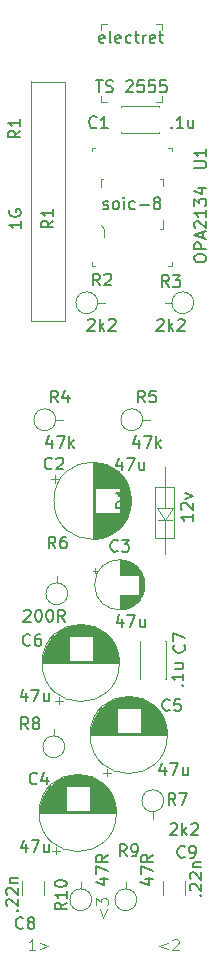
<source format=gbr>
G04 #@! TF.GenerationSoftware,KiCad,Pcbnew,(5.1.2-1)-1*
G04 #@! TF.CreationDate,2021-04-22T07:55:17-04:00*
G04 #@! TF.ProjectId,opAmp Mic,6f70416d-7020-44d6-9963-2e6b69636164,rev?*
G04 #@! TF.SameCoordinates,Original*
G04 #@! TF.FileFunction,Legend,Top*
G04 #@! TF.FilePolarity,Positive*
%FSLAX46Y46*%
G04 Gerber Fmt 4.6, Leading zero omitted, Abs format (unit mm)*
G04 Created by KiCad (PCBNEW (5.1.2-1)-1) date 2021-04-22 07:55:17*
%MOMM*%
%LPD*%
G04 APERTURE LIST*
%ADD10C,0.100000*%
%ADD11C,0.120000*%
%ADD12C,0.150000*%
%ADD13C,0.071120*%
G04 APERTURE END LIST*
D10*
X124445523Y-138515428D02*
X123721714Y-138786857D01*
X124445523Y-139058285D01*
X124852666Y-138289238D02*
X124897904Y-138244000D01*
X124988380Y-138198761D01*
X125214571Y-138198761D01*
X125305047Y-138244000D01*
X125350285Y-138289238D01*
X125395523Y-138379714D01*
X125395523Y-138470190D01*
X125350285Y-138605904D01*
X124807428Y-139148761D01*
X125395523Y-139148761D01*
X118726828Y-135701076D02*
X118998257Y-136424885D01*
X119269685Y-135701076D01*
X118410161Y-135339171D02*
X118410161Y-134751076D01*
X118772066Y-135067742D01*
X118772066Y-134932028D01*
X118817304Y-134841552D01*
X118862542Y-134796314D01*
X118953019Y-134751076D01*
X119179209Y-134751076D01*
X119269685Y-134796314D01*
X119314923Y-134841552D01*
X119360161Y-134932028D01*
X119360161Y-135203457D01*
X119314923Y-135293933D01*
X119269685Y-135339171D01*
X113219333Y-139148761D02*
X112676476Y-139148761D01*
X112947904Y-139148761D02*
X112947904Y-138198761D01*
X112857428Y-138334476D01*
X112766952Y-138424952D01*
X112676476Y-138470190D01*
X113626476Y-138515428D02*
X114350285Y-138786857D01*
X113626476Y-139058285D01*
D11*
X115773200Y-85852000D02*
X112860000Y-85836000D01*
X112852200Y-65582800D02*
X112852200Y-85822800D01*
X115722400Y-65633600D02*
X112903000Y-65633600D01*
X115773200Y-65659000D02*
X115773200Y-85899000D01*
D10*
X119092000Y-78046000D02*
X119092000Y-78746000D01*
X118792000Y-77746000D02*
X119092000Y-78046000D01*
X118812000Y-73846000D02*
X119012000Y-73846000D01*
X118812000Y-74546000D02*
X118812000Y-73846000D01*
X124012000Y-73846000D02*
X124012000Y-74446000D01*
X123812000Y-73846000D02*
X124012000Y-73846000D01*
X124012000Y-78046000D02*
X124012000Y-77346000D01*
X123812000Y-78046000D02*
X124012000Y-78046000D01*
X124206000Y-102734000D02*
X124806000Y-102734000D01*
X124206000Y-102734000D02*
X123606000Y-102734000D01*
X124206000Y-102734000D02*
X124206000Y-103434000D01*
X124206000Y-99934000D02*
X124206000Y-101734000D01*
X123506000Y-101734000D02*
X124906000Y-101734000D01*
X124906000Y-101734000D02*
X124206000Y-102734000D01*
X124206000Y-102734000D02*
X123506000Y-101734000D01*
X124206000Y-103434000D02*
X124206000Y-104234000D01*
X124206000Y-98234000D02*
X124206000Y-99934000D01*
X124206000Y-104234000D02*
X125006000Y-104234000D01*
X125006000Y-104234000D02*
X125006000Y-99934000D01*
X125006000Y-99934000D02*
X124206000Y-99934000D01*
X124206000Y-105634000D02*
X124206000Y-104234000D01*
X124206000Y-104234000D02*
X123406000Y-104234000D01*
X123406000Y-104234000D02*
X123406000Y-99934000D01*
X123406000Y-99934000D02*
X124206000Y-99934000D01*
D11*
X123748600Y-69889000D02*
X123748600Y-69954000D01*
X123748600Y-67714000D02*
X123748600Y-67779000D01*
X120508600Y-69889000D02*
X120508600Y-69954000D01*
X120508600Y-67714000D02*
X120508600Y-67779000D01*
X120508600Y-69954000D02*
X123748600Y-69954000D01*
X120508600Y-67714000D02*
X123748600Y-67714000D01*
X122070000Y-116194000D02*
X122070000Y-112954000D01*
X124310000Y-116194000D02*
X124310000Y-112954000D01*
X122070000Y-116194000D02*
X122135000Y-116194000D01*
X124245000Y-116194000D02*
X124310000Y-116194000D01*
X122070000Y-112954000D02*
X122135000Y-112954000D01*
X124245000Y-112954000D02*
X124310000Y-112954000D01*
X112110000Y-134507000D02*
X112110000Y-133249000D01*
X113950000Y-134507000D02*
X113950000Y-133249000D01*
X125888000Y-134507000D02*
X125888000Y-133249000D01*
X124048000Y-134507000D02*
X124048000Y-133249000D01*
D10*
X123982000Y-60728000D02*
X123982000Y-61228000D01*
X123982000Y-60728000D02*
X123482000Y-60728000D01*
X118842000Y-60708000D02*
X118842000Y-61208000D01*
X118842000Y-60708000D02*
X119342000Y-60708000D01*
X118842000Y-67308000D02*
X118842000Y-66808000D01*
X118842000Y-67308000D02*
X119342000Y-67308000D01*
X123992000Y-67298000D02*
X123992000Y-66798000D01*
X123992000Y-67298000D02*
X123492000Y-67298000D01*
D11*
X118522000Y-84328000D02*
X119142000Y-84328000D01*
X118522000Y-84328000D02*
G75*
G03X118522000Y-84328000I-920000J0D01*
G01*
X126650000Y-84328000D02*
G75*
G03X126650000Y-84328000I-920000J0D01*
G01*
X124810000Y-84328000D02*
X124190000Y-84328000D01*
X114966000Y-94234000D02*
X115586000Y-94234000D01*
X114966000Y-94234000D02*
G75*
G03X114966000Y-94234000I-920000J0D01*
G01*
X122332000Y-94234000D02*
G75*
G03X122332000Y-94234000I-920000J0D01*
G01*
X122332000Y-94234000D02*
X122952000Y-94234000D01*
X115982000Y-108966000D02*
G75*
G03X115982000Y-108966000I-920000J0D01*
G01*
X115062000Y-108046000D02*
X115062000Y-107426000D01*
X123190000Y-127412000D02*
X123190000Y-128032000D01*
X124110000Y-126492000D02*
G75*
G03X124110000Y-126492000I-920000J0D01*
G01*
X115728000Y-121920000D02*
G75*
G03X115728000Y-121920000I-920000J0D01*
G01*
X114808000Y-121000000D02*
X114808000Y-120380000D01*
X120904000Y-133954000D02*
X120904000Y-133334000D01*
X121824000Y-134874000D02*
G75*
G03X121824000Y-134874000I-920000J0D01*
G01*
X118014000Y-134874000D02*
G75*
G03X118014000Y-134874000I-920000J0D01*
G01*
X117094000Y-133954000D02*
X117094000Y-133334000D01*
D10*
X118002000Y-71490000D02*
X118002000Y-71190000D01*
X118002000Y-71190000D02*
X118302000Y-71190000D01*
X124802000Y-71490000D02*
X124802000Y-71190000D01*
X124802000Y-71190000D02*
X124502000Y-71190000D01*
X124802000Y-80890000D02*
X124802000Y-81190000D01*
X124802000Y-81190000D02*
X124502000Y-81190000D01*
X118002000Y-80890000D02*
X118002000Y-81190000D01*
X118002000Y-81190000D02*
X118302000Y-81190000D01*
D11*
X121360000Y-101092000D02*
G75*
G03X121360000Y-101092000I-3270000J0D01*
G01*
X118090000Y-97862000D02*
X118090000Y-104322000D01*
X118130000Y-97862000D02*
X118130000Y-104322000D01*
X118170000Y-97862000D02*
X118170000Y-104322000D01*
X118210000Y-97864000D02*
X118210000Y-104320000D01*
X118250000Y-97865000D02*
X118250000Y-104319000D01*
X118290000Y-97868000D02*
X118290000Y-104316000D01*
X118330000Y-97870000D02*
X118330000Y-100052000D01*
X118330000Y-102132000D02*
X118330000Y-104314000D01*
X118370000Y-97874000D02*
X118370000Y-100052000D01*
X118370000Y-102132000D02*
X118370000Y-104310000D01*
X118410000Y-97877000D02*
X118410000Y-100052000D01*
X118410000Y-102132000D02*
X118410000Y-104307000D01*
X118450000Y-97881000D02*
X118450000Y-100052000D01*
X118450000Y-102132000D02*
X118450000Y-104303000D01*
X118490000Y-97886000D02*
X118490000Y-100052000D01*
X118490000Y-102132000D02*
X118490000Y-104298000D01*
X118530000Y-97891000D02*
X118530000Y-100052000D01*
X118530000Y-102132000D02*
X118530000Y-104293000D01*
X118570000Y-97897000D02*
X118570000Y-100052000D01*
X118570000Y-102132000D02*
X118570000Y-104287000D01*
X118610000Y-97903000D02*
X118610000Y-100052000D01*
X118610000Y-102132000D02*
X118610000Y-104281000D01*
X118650000Y-97910000D02*
X118650000Y-100052000D01*
X118650000Y-102132000D02*
X118650000Y-104274000D01*
X118690000Y-97917000D02*
X118690000Y-100052000D01*
X118690000Y-102132000D02*
X118690000Y-104267000D01*
X118730000Y-97925000D02*
X118730000Y-100052000D01*
X118730000Y-102132000D02*
X118730000Y-104259000D01*
X118770000Y-97933000D02*
X118770000Y-100052000D01*
X118770000Y-102132000D02*
X118770000Y-104251000D01*
X118811000Y-97942000D02*
X118811000Y-100052000D01*
X118811000Y-102132000D02*
X118811000Y-104242000D01*
X118851000Y-97951000D02*
X118851000Y-100052000D01*
X118851000Y-102132000D02*
X118851000Y-104233000D01*
X118891000Y-97961000D02*
X118891000Y-100052000D01*
X118891000Y-102132000D02*
X118891000Y-104223000D01*
X118931000Y-97971000D02*
X118931000Y-100052000D01*
X118931000Y-102132000D02*
X118931000Y-104213000D01*
X118971000Y-97982000D02*
X118971000Y-100052000D01*
X118971000Y-102132000D02*
X118971000Y-104202000D01*
X119011000Y-97994000D02*
X119011000Y-100052000D01*
X119011000Y-102132000D02*
X119011000Y-104190000D01*
X119051000Y-98006000D02*
X119051000Y-100052000D01*
X119051000Y-102132000D02*
X119051000Y-104178000D01*
X119091000Y-98018000D02*
X119091000Y-100052000D01*
X119091000Y-102132000D02*
X119091000Y-104166000D01*
X119131000Y-98031000D02*
X119131000Y-100052000D01*
X119131000Y-102132000D02*
X119131000Y-104153000D01*
X119171000Y-98045000D02*
X119171000Y-100052000D01*
X119171000Y-102132000D02*
X119171000Y-104139000D01*
X119211000Y-98059000D02*
X119211000Y-100052000D01*
X119211000Y-102132000D02*
X119211000Y-104125000D01*
X119251000Y-98074000D02*
X119251000Y-100052000D01*
X119251000Y-102132000D02*
X119251000Y-104110000D01*
X119291000Y-98090000D02*
X119291000Y-100052000D01*
X119291000Y-102132000D02*
X119291000Y-104094000D01*
X119331000Y-98106000D02*
X119331000Y-100052000D01*
X119331000Y-102132000D02*
X119331000Y-104078000D01*
X119371000Y-98122000D02*
X119371000Y-100052000D01*
X119371000Y-102132000D02*
X119371000Y-104062000D01*
X119411000Y-98140000D02*
X119411000Y-100052000D01*
X119411000Y-102132000D02*
X119411000Y-104044000D01*
X119451000Y-98158000D02*
X119451000Y-100052000D01*
X119451000Y-102132000D02*
X119451000Y-104026000D01*
X119491000Y-98176000D02*
X119491000Y-100052000D01*
X119491000Y-102132000D02*
X119491000Y-104008000D01*
X119531000Y-98196000D02*
X119531000Y-100052000D01*
X119531000Y-102132000D02*
X119531000Y-103988000D01*
X119571000Y-98216000D02*
X119571000Y-100052000D01*
X119571000Y-102132000D02*
X119571000Y-103968000D01*
X119611000Y-98236000D02*
X119611000Y-100052000D01*
X119611000Y-102132000D02*
X119611000Y-103948000D01*
X119651000Y-98258000D02*
X119651000Y-100052000D01*
X119651000Y-102132000D02*
X119651000Y-103926000D01*
X119691000Y-98280000D02*
X119691000Y-100052000D01*
X119691000Y-102132000D02*
X119691000Y-103904000D01*
X119731000Y-98302000D02*
X119731000Y-100052000D01*
X119731000Y-102132000D02*
X119731000Y-103882000D01*
X119771000Y-98326000D02*
X119771000Y-100052000D01*
X119771000Y-102132000D02*
X119771000Y-103858000D01*
X119811000Y-98350000D02*
X119811000Y-100052000D01*
X119811000Y-102132000D02*
X119811000Y-103834000D01*
X119851000Y-98376000D02*
X119851000Y-100052000D01*
X119851000Y-102132000D02*
X119851000Y-103808000D01*
X119891000Y-98402000D02*
X119891000Y-100052000D01*
X119891000Y-102132000D02*
X119891000Y-103782000D01*
X119931000Y-98428000D02*
X119931000Y-100052000D01*
X119931000Y-102132000D02*
X119931000Y-103756000D01*
X119971000Y-98456000D02*
X119971000Y-100052000D01*
X119971000Y-102132000D02*
X119971000Y-103728000D01*
X120011000Y-98485000D02*
X120011000Y-100052000D01*
X120011000Y-102132000D02*
X120011000Y-103699000D01*
X120051000Y-98514000D02*
X120051000Y-100052000D01*
X120051000Y-102132000D02*
X120051000Y-103670000D01*
X120091000Y-98544000D02*
X120091000Y-100052000D01*
X120091000Y-102132000D02*
X120091000Y-103640000D01*
X120131000Y-98576000D02*
X120131000Y-100052000D01*
X120131000Y-102132000D02*
X120131000Y-103608000D01*
X120171000Y-98608000D02*
X120171000Y-100052000D01*
X120171000Y-102132000D02*
X120171000Y-103576000D01*
X120211000Y-98642000D02*
X120211000Y-100052000D01*
X120211000Y-102132000D02*
X120211000Y-103542000D01*
X120251000Y-98676000D02*
X120251000Y-100052000D01*
X120251000Y-102132000D02*
X120251000Y-103508000D01*
X120291000Y-98712000D02*
X120291000Y-100052000D01*
X120291000Y-102132000D02*
X120291000Y-103472000D01*
X120331000Y-98749000D02*
X120331000Y-100052000D01*
X120331000Y-102132000D02*
X120331000Y-103435000D01*
X120371000Y-98787000D02*
X120371000Y-100052000D01*
X120371000Y-102132000D02*
X120371000Y-103397000D01*
X120411000Y-98827000D02*
X120411000Y-103357000D01*
X120451000Y-98868000D02*
X120451000Y-103316000D01*
X120491000Y-98910000D02*
X120491000Y-103274000D01*
X120531000Y-98955000D02*
X120531000Y-103229000D01*
X120571000Y-99000000D02*
X120571000Y-103184000D01*
X120611000Y-99048000D02*
X120611000Y-103136000D01*
X120651000Y-99097000D02*
X120651000Y-103087000D01*
X120691000Y-99148000D02*
X120691000Y-103036000D01*
X120731000Y-99202000D02*
X120731000Y-102982000D01*
X120771000Y-99258000D02*
X120771000Y-102926000D01*
X120811000Y-99316000D02*
X120811000Y-102868000D01*
X120851000Y-99378000D02*
X120851000Y-102806000D01*
X120891000Y-99442000D02*
X120891000Y-102742000D01*
X120931000Y-99511000D02*
X120931000Y-102673000D01*
X120971000Y-99583000D02*
X120971000Y-102601000D01*
X121011000Y-99660000D02*
X121011000Y-102524000D01*
X121051000Y-99742000D02*
X121051000Y-102442000D01*
X121091000Y-99830000D02*
X121091000Y-102354000D01*
X121131000Y-99927000D02*
X121131000Y-102257000D01*
X121171000Y-100033000D02*
X121171000Y-102151000D01*
X121211000Y-100152000D02*
X121211000Y-102032000D01*
X121251000Y-100290000D02*
X121251000Y-101894000D01*
X121291000Y-100459000D02*
X121291000Y-101725000D01*
X121331000Y-100690000D02*
X121331000Y-101494000D01*
X114589759Y-99253000D02*
X115219759Y-99253000D01*
X114904759Y-98938000D02*
X114904759Y-99568000D01*
X114686000Y-130713241D02*
X115316000Y-130713241D01*
X115001000Y-131028241D02*
X115001000Y-130398241D01*
X116438000Y-124287000D02*
X117242000Y-124287000D01*
X116207000Y-124327000D02*
X117473000Y-124327000D01*
X116038000Y-124367000D02*
X117642000Y-124367000D01*
X115900000Y-124407000D02*
X117780000Y-124407000D01*
X115781000Y-124447000D02*
X117899000Y-124447000D01*
X115675000Y-124487000D02*
X118005000Y-124487000D01*
X115578000Y-124527000D02*
X118102000Y-124527000D01*
X115490000Y-124567000D02*
X118190000Y-124567000D01*
X115408000Y-124607000D02*
X118272000Y-124607000D01*
X115331000Y-124647000D02*
X118349000Y-124647000D01*
X115259000Y-124687000D02*
X118421000Y-124687000D01*
X115190000Y-124727000D02*
X118490000Y-124727000D01*
X115126000Y-124767000D02*
X118554000Y-124767000D01*
X115064000Y-124807000D02*
X118616000Y-124807000D01*
X115006000Y-124847000D02*
X118674000Y-124847000D01*
X114950000Y-124887000D02*
X118730000Y-124887000D01*
X114896000Y-124927000D02*
X118784000Y-124927000D01*
X114845000Y-124967000D02*
X118835000Y-124967000D01*
X114796000Y-125007000D02*
X118884000Y-125007000D01*
X114748000Y-125047000D02*
X118932000Y-125047000D01*
X114703000Y-125087000D02*
X118977000Y-125087000D01*
X114658000Y-125127000D02*
X119022000Y-125127000D01*
X114616000Y-125167000D02*
X119064000Y-125167000D01*
X114575000Y-125207000D02*
X119105000Y-125207000D01*
X117880000Y-125247000D02*
X119145000Y-125247000D01*
X114535000Y-125247000D02*
X115800000Y-125247000D01*
X117880000Y-125287000D02*
X119183000Y-125287000D01*
X114497000Y-125287000D02*
X115800000Y-125287000D01*
X117880000Y-125327000D02*
X119220000Y-125327000D01*
X114460000Y-125327000D02*
X115800000Y-125327000D01*
X117880000Y-125367000D02*
X119256000Y-125367000D01*
X114424000Y-125367000D02*
X115800000Y-125367000D01*
X117880000Y-125407000D02*
X119290000Y-125407000D01*
X114390000Y-125407000D02*
X115800000Y-125407000D01*
X117880000Y-125447000D02*
X119324000Y-125447000D01*
X114356000Y-125447000D02*
X115800000Y-125447000D01*
X117880000Y-125487000D02*
X119356000Y-125487000D01*
X114324000Y-125487000D02*
X115800000Y-125487000D01*
X117880000Y-125527000D02*
X119388000Y-125527000D01*
X114292000Y-125527000D02*
X115800000Y-125527000D01*
X117880000Y-125567000D02*
X119418000Y-125567000D01*
X114262000Y-125567000D02*
X115800000Y-125567000D01*
X117880000Y-125607000D02*
X119447000Y-125607000D01*
X114233000Y-125607000D02*
X115800000Y-125607000D01*
X117880000Y-125647000D02*
X119476000Y-125647000D01*
X114204000Y-125647000D02*
X115800000Y-125647000D01*
X117880000Y-125687000D02*
X119504000Y-125687000D01*
X114176000Y-125687000D02*
X115800000Y-125687000D01*
X117880000Y-125727000D02*
X119530000Y-125727000D01*
X114150000Y-125727000D02*
X115800000Y-125727000D01*
X117880000Y-125767000D02*
X119556000Y-125767000D01*
X114124000Y-125767000D02*
X115800000Y-125767000D01*
X117880000Y-125807000D02*
X119582000Y-125807000D01*
X114098000Y-125807000D02*
X115800000Y-125807000D01*
X117880000Y-125847000D02*
X119606000Y-125847000D01*
X114074000Y-125847000D02*
X115800000Y-125847000D01*
X117880000Y-125887000D02*
X119630000Y-125887000D01*
X114050000Y-125887000D02*
X115800000Y-125887000D01*
X117880000Y-125927000D02*
X119652000Y-125927000D01*
X114028000Y-125927000D02*
X115800000Y-125927000D01*
X117880000Y-125967000D02*
X119674000Y-125967000D01*
X114006000Y-125967000D02*
X115800000Y-125967000D01*
X117880000Y-126007000D02*
X119696000Y-126007000D01*
X113984000Y-126007000D02*
X115800000Y-126007000D01*
X117880000Y-126047000D02*
X119716000Y-126047000D01*
X113964000Y-126047000D02*
X115800000Y-126047000D01*
X117880000Y-126087000D02*
X119736000Y-126087000D01*
X113944000Y-126087000D02*
X115800000Y-126087000D01*
X117880000Y-126127000D02*
X119756000Y-126127000D01*
X113924000Y-126127000D02*
X115800000Y-126127000D01*
X117880000Y-126167000D02*
X119774000Y-126167000D01*
X113906000Y-126167000D02*
X115800000Y-126167000D01*
X117880000Y-126207000D02*
X119792000Y-126207000D01*
X113888000Y-126207000D02*
X115800000Y-126207000D01*
X117880000Y-126247000D02*
X119810000Y-126247000D01*
X113870000Y-126247000D02*
X115800000Y-126247000D01*
X117880000Y-126287000D02*
X119826000Y-126287000D01*
X113854000Y-126287000D02*
X115800000Y-126287000D01*
X117880000Y-126327000D02*
X119842000Y-126327000D01*
X113838000Y-126327000D02*
X115800000Y-126327000D01*
X117880000Y-126367000D02*
X119858000Y-126367000D01*
X113822000Y-126367000D02*
X115800000Y-126367000D01*
X117880000Y-126407000D02*
X119873000Y-126407000D01*
X113807000Y-126407000D02*
X115800000Y-126407000D01*
X117880000Y-126447000D02*
X119887000Y-126447000D01*
X113793000Y-126447000D02*
X115800000Y-126447000D01*
X117880000Y-126487000D02*
X119901000Y-126487000D01*
X113779000Y-126487000D02*
X115800000Y-126487000D01*
X117880000Y-126527000D02*
X119914000Y-126527000D01*
X113766000Y-126527000D02*
X115800000Y-126527000D01*
X117880000Y-126567000D02*
X119926000Y-126567000D01*
X113754000Y-126567000D02*
X115800000Y-126567000D01*
X117880000Y-126607000D02*
X119938000Y-126607000D01*
X113742000Y-126607000D02*
X115800000Y-126607000D01*
X117880000Y-126647000D02*
X119950000Y-126647000D01*
X113730000Y-126647000D02*
X115800000Y-126647000D01*
X117880000Y-126687000D02*
X119961000Y-126687000D01*
X113719000Y-126687000D02*
X115800000Y-126687000D01*
X117880000Y-126727000D02*
X119971000Y-126727000D01*
X113709000Y-126727000D02*
X115800000Y-126727000D01*
X117880000Y-126767000D02*
X119981000Y-126767000D01*
X113699000Y-126767000D02*
X115800000Y-126767000D01*
X117880000Y-126807000D02*
X119990000Y-126807000D01*
X113690000Y-126807000D02*
X115800000Y-126807000D01*
X117880000Y-126848000D02*
X119999000Y-126848000D01*
X113681000Y-126848000D02*
X115800000Y-126848000D01*
X117880000Y-126888000D02*
X120007000Y-126888000D01*
X113673000Y-126888000D02*
X115800000Y-126888000D01*
X117880000Y-126928000D02*
X120015000Y-126928000D01*
X113665000Y-126928000D02*
X115800000Y-126928000D01*
X117880000Y-126968000D02*
X120022000Y-126968000D01*
X113658000Y-126968000D02*
X115800000Y-126968000D01*
X117880000Y-127008000D02*
X120029000Y-127008000D01*
X113651000Y-127008000D02*
X115800000Y-127008000D01*
X117880000Y-127048000D02*
X120035000Y-127048000D01*
X113645000Y-127048000D02*
X115800000Y-127048000D01*
X117880000Y-127088000D02*
X120041000Y-127088000D01*
X113639000Y-127088000D02*
X115800000Y-127088000D01*
X117880000Y-127128000D02*
X120046000Y-127128000D01*
X113634000Y-127128000D02*
X115800000Y-127128000D01*
X117880000Y-127168000D02*
X120051000Y-127168000D01*
X113629000Y-127168000D02*
X115800000Y-127168000D01*
X117880000Y-127208000D02*
X120055000Y-127208000D01*
X113625000Y-127208000D02*
X115800000Y-127208000D01*
X117880000Y-127248000D02*
X120058000Y-127248000D01*
X113622000Y-127248000D02*
X115800000Y-127248000D01*
X117880000Y-127288000D02*
X120062000Y-127288000D01*
X113618000Y-127288000D02*
X115800000Y-127288000D01*
X113616000Y-127328000D02*
X120064000Y-127328000D01*
X113613000Y-127368000D02*
X120067000Y-127368000D01*
X113612000Y-127408000D02*
X120068000Y-127408000D01*
X113610000Y-127448000D02*
X120070000Y-127448000D01*
X113610000Y-127488000D02*
X120070000Y-127488000D01*
X113610000Y-127528000D02*
X120070000Y-127528000D01*
X120110000Y-127528000D02*
G75*
G03X120110000Y-127528000I-3270000J0D01*
G01*
X124428000Y-120924000D02*
G75*
G03X124428000Y-120924000I-3270000J0D01*
G01*
X117928000Y-120924000D02*
X124388000Y-120924000D01*
X117928000Y-120884000D02*
X124388000Y-120884000D01*
X117928000Y-120844000D02*
X124388000Y-120844000D01*
X117930000Y-120804000D02*
X124386000Y-120804000D01*
X117931000Y-120764000D02*
X124385000Y-120764000D01*
X117934000Y-120724000D02*
X124382000Y-120724000D01*
X117936000Y-120684000D02*
X120118000Y-120684000D01*
X122198000Y-120684000D02*
X124380000Y-120684000D01*
X117940000Y-120644000D02*
X120118000Y-120644000D01*
X122198000Y-120644000D02*
X124376000Y-120644000D01*
X117943000Y-120604000D02*
X120118000Y-120604000D01*
X122198000Y-120604000D02*
X124373000Y-120604000D01*
X117947000Y-120564000D02*
X120118000Y-120564000D01*
X122198000Y-120564000D02*
X124369000Y-120564000D01*
X117952000Y-120524000D02*
X120118000Y-120524000D01*
X122198000Y-120524000D02*
X124364000Y-120524000D01*
X117957000Y-120484000D02*
X120118000Y-120484000D01*
X122198000Y-120484000D02*
X124359000Y-120484000D01*
X117963000Y-120444000D02*
X120118000Y-120444000D01*
X122198000Y-120444000D02*
X124353000Y-120444000D01*
X117969000Y-120404000D02*
X120118000Y-120404000D01*
X122198000Y-120404000D02*
X124347000Y-120404000D01*
X117976000Y-120364000D02*
X120118000Y-120364000D01*
X122198000Y-120364000D02*
X124340000Y-120364000D01*
X117983000Y-120324000D02*
X120118000Y-120324000D01*
X122198000Y-120324000D02*
X124333000Y-120324000D01*
X117991000Y-120284000D02*
X120118000Y-120284000D01*
X122198000Y-120284000D02*
X124325000Y-120284000D01*
X117999000Y-120244000D02*
X120118000Y-120244000D01*
X122198000Y-120244000D02*
X124317000Y-120244000D01*
X118008000Y-120203000D02*
X120118000Y-120203000D01*
X122198000Y-120203000D02*
X124308000Y-120203000D01*
X118017000Y-120163000D02*
X120118000Y-120163000D01*
X122198000Y-120163000D02*
X124299000Y-120163000D01*
X118027000Y-120123000D02*
X120118000Y-120123000D01*
X122198000Y-120123000D02*
X124289000Y-120123000D01*
X118037000Y-120083000D02*
X120118000Y-120083000D01*
X122198000Y-120083000D02*
X124279000Y-120083000D01*
X118048000Y-120043000D02*
X120118000Y-120043000D01*
X122198000Y-120043000D02*
X124268000Y-120043000D01*
X118060000Y-120003000D02*
X120118000Y-120003000D01*
X122198000Y-120003000D02*
X124256000Y-120003000D01*
X118072000Y-119963000D02*
X120118000Y-119963000D01*
X122198000Y-119963000D02*
X124244000Y-119963000D01*
X118084000Y-119923000D02*
X120118000Y-119923000D01*
X122198000Y-119923000D02*
X124232000Y-119923000D01*
X118097000Y-119883000D02*
X120118000Y-119883000D01*
X122198000Y-119883000D02*
X124219000Y-119883000D01*
X118111000Y-119843000D02*
X120118000Y-119843000D01*
X122198000Y-119843000D02*
X124205000Y-119843000D01*
X118125000Y-119803000D02*
X120118000Y-119803000D01*
X122198000Y-119803000D02*
X124191000Y-119803000D01*
X118140000Y-119763000D02*
X120118000Y-119763000D01*
X122198000Y-119763000D02*
X124176000Y-119763000D01*
X118156000Y-119723000D02*
X120118000Y-119723000D01*
X122198000Y-119723000D02*
X124160000Y-119723000D01*
X118172000Y-119683000D02*
X120118000Y-119683000D01*
X122198000Y-119683000D02*
X124144000Y-119683000D01*
X118188000Y-119643000D02*
X120118000Y-119643000D01*
X122198000Y-119643000D02*
X124128000Y-119643000D01*
X118206000Y-119603000D02*
X120118000Y-119603000D01*
X122198000Y-119603000D02*
X124110000Y-119603000D01*
X118224000Y-119563000D02*
X120118000Y-119563000D01*
X122198000Y-119563000D02*
X124092000Y-119563000D01*
X118242000Y-119523000D02*
X120118000Y-119523000D01*
X122198000Y-119523000D02*
X124074000Y-119523000D01*
X118262000Y-119483000D02*
X120118000Y-119483000D01*
X122198000Y-119483000D02*
X124054000Y-119483000D01*
X118282000Y-119443000D02*
X120118000Y-119443000D01*
X122198000Y-119443000D02*
X124034000Y-119443000D01*
X118302000Y-119403000D02*
X120118000Y-119403000D01*
X122198000Y-119403000D02*
X124014000Y-119403000D01*
X118324000Y-119363000D02*
X120118000Y-119363000D01*
X122198000Y-119363000D02*
X123992000Y-119363000D01*
X118346000Y-119323000D02*
X120118000Y-119323000D01*
X122198000Y-119323000D02*
X123970000Y-119323000D01*
X118368000Y-119283000D02*
X120118000Y-119283000D01*
X122198000Y-119283000D02*
X123948000Y-119283000D01*
X118392000Y-119243000D02*
X120118000Y-119243000D01*
X122198000Y-119243000D02*
X123924000Y-119243000D01*
X118416000Y-119203000D02*
X120118000Y-119203000D01*
X122198000Y-119203000D02*
X123900000Y-119203000D01*
X118442000Y-119163000D02*
X120118000Y-119163000D01*
X122198000Y-119163000D02*
X123874000Y-119163000D01*
X118468000Y-119123000D02*
X120118000Y-119123000D01*
X122198000Y-119123000D02*
X123848000Y-119123000D01*
X118494000Y-119083000D02*
X120118000Y-119083000D01*
X122198000Y-119083000D02*
X123822000Y-119083000D01*
X118522000Y-119043000D02*
X120118000Y-119043000D01*
X122198000Y-119043000D02*
X123794000Y-119043000D01*
X118551000Y-119003000D02*
X120118000Y-119003000D01*
X122198000Y-119003000D02*
X123765000Y-119003000D01*
X118580000Y-118963000D02*
X120118000Y-118963000D01*
X122198000Y-118963000D02*
X123736000Y-118963000D01*
X118610000Y-118923000D02*
X120118000Y-118923000D01*
X122198000Y-118923000D02*
X123706000Y-118923000D01*
X118642000Y-118883000D02*
X120118000Y-118883000D01*
X122198000Y-118883000D02*
X123674000Y-118883000D01*
X118674000Y-118843000D02*
X120118000Y-118843000D01*
X122198000Y-118843000D02*
X123642000Y-118843000D01*
X118708000Y-118803000D02*
X120118000Y-118803000D01*
X122198000Y-118803000D02*
X123608000Y-118803000D01*
X118742000Y-118763000D02*
X120118000Y-118763000D01*
X122198000Y-118763000D02*
X123574000Y-118763000D01*
X118778000Y-118723000D02*
X120118000Y-118723000D01*
X122198000Y-118723000D02*
X123538000Y-118723000D01*
X118815000Y-118683000D02*
X120118000Y-118683000D01*
X122198000Y-118683000D02*
X123501000Y-118683000D01*
X118853000Y-118643000D02*
X120118000Y-118643000D01*
X122198000Y-118643000D02*
X123463000Y-118643000D01*
X118893000Y-118603000D02*
X123423000Y-118603000D01*
X118934000Y-118563000D02*
X123382000Y-118563000D01*
X118976000Y-118523000D02*
X123340000Y-118523000D01*
X119021000Y-118483000D02*
X123295000Y-118483000D01*
X119066000Y-118443000D02*
X123250000Y-118443000D01*
X119114000Y-118403000D02*
X123202000Y-118403000D01*
X119163000Y-118363000D02*
X123153000Y-118363000D01*
X119214000Y-118323000D02*
X123102000Y-118323000D01*
X119268000Y-118283000D02*
X123048000Y-118283000D01*
X119324000Y-118243000D02*
X122992000Y-118243000D01*
X119382000Y-118203000D02*
X122934000Y-118203000D01*
X119444000Y-118163000D02*
X122872000Y-118163000D01*
X119508000Y-118123000D02*
X122808000Y-118123000D01*
X119577000Y-118083000D02*
X122739000Y-118083000D01*
X119649000Y-118043000D02*
X122667000Y-118043000D01*
X119726000Y-118003000D02*
X122590000Y-118003000D01*
X119808000Y-117963000D02*
X122508000Y-117963000D01*
X119896000Y-117923000D02*
X122420000Y-117923000D01*
X119993000Y-117883000D02*
X122323000Y-117883000D01*
X120099000Y-117843000D02*
X122217000Y-117843000D01*
X120218000Y-117803000D02*
X122098000Y-117803000D01*
X120356000Y-117763000D02*
X121960000Y-117763000D01*
X120525000Y-117723000D02*
X121791000Y-117723000D01*
X120756000Y-117683000D02*
X121560000Y-117683000D01*
X119319000Y-124424241D02*
X119319000Y-123794241D01*
X119004000Y-124109241D02*
X119634000Y-124109241D01*
X120364000Y-114828000D02*
G75*
G03X120364000Y-114828000I-3270000J0D01*
G01*
X113864000Y-114828000D02*
X120324000Y-114828000D01*
X113864000Y-114788000D02*
X120324000Y-114788000D01*
X113864000Y-114748000D02*
X120324000Y-114748000D01*
X113866000Y-114708000D02*
X120322000Y-114708000D01*
X113867000Y-114668000D02*
X120321000Y-114668000D01*
X113870000Y-114628000D02*
X120318000Y-114628000D01*
X113872000Y-114588000D02*
X116054000Y-114588000D01*
X118134000Y-114588000D02*
X120316000Y-114588000D01*
X113876000Y-114548000D02*
X116054000Y-114548000D01*
X118134000Y-114548000D02*
X120312000Y-114548000D01*
X113879000Y-114508000D02*
X116054000Y-114508000D01*
X118134000Y-114508000D02*
X120309000Y-114508000D01*
X113883000Y-114468000D02*
X116054000Y-114468000D01*
X118134000Y-114468000D02*
X120305000Y-114468000D01*
X113888000Y-114428000D02*
X116054000Y-114428000D01*
X118134000Y-114428000D02*
X120300000Y-114428000D01*
X113893000Y-114388000D02*
X116054000Y-114388000D01*
X118134000Y-114388000D02*
X120295000Y-114388000D01*
X113899000Y-114348000D02*
X116054000Y-114348000D01*
X118134000Y-114348000D02*
X120289000Y-114348000D01*
X113905000Y-114308000D02*
X116054000Y-114308000D01*
X118134000Y-114308000D02*
X120283000Y-114308000D01*
X113912000Y-114268000D02*
X116054000Y-114268000D01*
X118134000Y-114268000D02*
X120276000Y-114268000D01*
X113919000Y-114228000D02*
X116054000Y-114228000D01*
X118134000Y-114228000D02*
X120269000Y-114228000D01*
X113927000Y-114188000D02*
X116054000Y-114188000D01*
X118134000Y-114188000D02*
X120261000Y-114188000D01*
X113935000Y-114148000D02*
X116054000Y-114148000D01*
X118134000Y-114148000D02*
X120253000Y-114148000D01*
X113944000Y-114107000D02*
X116054000Y-114107000D01*
X118134000Y-114107000D02*
X120244000Y-114107000D01*
X113953000Y-114067000D02*
X116054000Y-114067000D01*
X118134000Y-114067000D02*
X120235000Y-114067000D01*
X113963000Y-114027000D02*
X116054000Y-114027000D01*
X118134000Y-114027000D02*
X120225000Y-114027000D01*
X113973000Y-113987000D02*
X116054000Y-113987000D01*
X118134000Y-113987000D02*
X120215000Y-113987000D01*
X113984000Y-113947000D02*
X116054000Y-113947000D01*
X118134000Y-113947000D02*
X120204000Y-113947000D01*
X113996000Y-113907000D02*
X116054000Y-113907000D01*
X118134000Y-113907000D02*
X120192000Y-113907000D01*
X114008000Y-113867000D02*
X116054000Y-113867000D01*
X118134000Y-113867000D02*
X120180000Y-113867000D01*
X114020000Y-113827000D02*
X116054000Y-113827000D01*
X118134000Y-113827000D02*
X120168000Y-113827000D01*
X114033000Y-113787000D02*
X116054000Y-113787000D01*
X118134000Y-113787000D02*
X120155000Y-113787000D01*
X114047000Y-113747000D02*
X116054000Y-113747000D01*
X118134000Y-113747000D02*
X120141000Y-113747000D01*
X114061000Y-113707000D02*
X116054000Y-113707000D01*
X118134000Y-113707000D02*
X120127000Y-113707000D01*
X114076000Y-113667000D02*
X116054000Y-113667000D01*
X118134000Y-113667000D02*
X120112000Y-113667000D01*
X114092000Y-113627000D02*
X116054000Y-113627000D01*
X118134000Y-113627000D02*
X120096000Y-113627000D01*
X114108000Y-113587000D02*
X116054000Y-113587000D01*
X118134000Y-113587000D02*
X120080000Y-113587000D01*
X114124000Y-113547000D02*
X116054000Y-113547000D01*
X118134000Y-113547000D02*
X120064000Y-113547000D01*
X114142000Y-113507000D02*
X116054000Y-113507000D01*
X118134000Y-113507000D02*
X120046000Y-113507000D01*
X114160000Y-113467000D02*
X116054000Y-113467000D01*
X118134000Y-113467000D02*
X120028000Y-113467000D01*
X114178000Y-113427000D02*
X116054000Y-113427000D01*
X118134000Y-113427000D02*
X120010000Y-113427000D01*
X114198000Y-113387000D02*
X116054000Y-113387000D01*
X118134000Y-113387000D02*
X119990000Y-113387000D01*
X114218000Y-113347000D02*
X116054000Y-113347000D01*
X118134000Y-113347000D02*
X119970000Y-113347000D01*
X114238000Y-113307000D02*
X116054000Y-113307000D01*
X118134000Y-113307000D02*
X119950000Y-113307000D01*
X114260000Y-113267000D02*
X116054000Y-113267000D01*
X118134000Y-113267000D02*
X119928000Y-113267000D01*
X114282000Y-113227000D02*
X116054000Y-113227000D01*
X118134000Y-113227000D02*
X119906000Y-113227000D01*
X114304000Y-113187000D02*
X116054000Y-113187000D01*
X118134000Y-113187000D02*
X119884000Y-113187000D01*
X114328000Y-113147000D02*
X116054000Y-113147000D01*
X118134000Y-113147000D02*
X119860000Y-113147000D01*
X114352000Y-113107000D02*
X116054000Y-113107000D01*
X118134000Y-113107000D02*
X119836000Y-113107000D01*
X114378000Y-113067000D02*
X116054000Y-113067000D01*
X118134000Y-113067000D02*
X119810000Y-113067000D01*
X114404000Y-113027000D02*
X116054000Y-113027000D01*
X118134000Y-113027000D02*
X119784000Y-113027000D01*
X114430000Y-112987000D02*
X116054000Y-112987000D01*
X118134000Y-112987000D02*
X119758000Y-112987000D01*
X114458000Y-112947000D02*
X116054000Y-112947000D01*
X118134000Y-112947000D02*
X119730000Y-112947000D01*
X114487000Y-112907000D02*
X116054000Y-112907000D01*
X118134000Y-112907000D02*
X119701000Y-112907000D01*
X114516000Y-112867000D02*
X116054000Y-112867000D01*
X118134000Y-112867000D02*
X119672000Y-112867000D01*
X114546000Y-112827000D02*
X116054000Y-112827000D01*
X118134000Y-112827000D02*
X119642000Y-112827000D01*
X114578000Y-112787000D02*
X116054000Y-112787000D01*
X118134000Y-112787000D02*
X119610000Y-112787000D01*
X114610000Y-112747000D02*
X116054000Y-112747000D01*
X118134000Y-112747000D02*
X119578000Y-112747000D01*
X114644000Y-112707000D02*
X116054000Y-112707000D01*
X118134000Y-112707000D02*
X119544000Y-112707000D01*
X114678000Y-112667000D02*
X116054000Y-112667000D01*
X118134000Y-112667000D02*
X119510000Y-112667000D01*
X114714000Y-112627000D02*
X116054000Y-112627000D01*
X118134000Y-112627000D02*
X119474000Y-112627000D01*
X114751000Y-112587000D02*
X116054000Y-112587000D01*
X118134000Y-112587000D02*
X119437000Y-112587000D01*
X114789000Y-112547000D02*
X116054000Y-112547000D01*
X118134000Y-112547000D02*
X119399000Y-112547000D01*
X114829000Y-112507000D02*
X119359000Y-112507000D01*
X114870000Y-112467000D02*
X119318000Y-112467000D01*
X114912000Y-112427000D02*
X119276000Y-112427000D01*
X114957000Y-112387000D02*
X119231000Y-112387000D01*
X115002000Y-112347000D02*
X119186000Y-112347000D01*
X115050000Y-112307000D02*
X119138000Y-112307000D01*
X115099000Y-112267000D02*
X119089000Y-112267000D01*
X115150000Y-112227000D02*
X119038000Y-112227000D01*
X115204000Y-112187000D02*
X118984000Y-112187000D01*
X115260000Y-112147000D02*
X118928000Y-112147000D01*
X115318000Y-112107000D02*
X118870000Y-112107000D01*
X115380000Y-112067000D02*
X118808000Y-112067000D01*
X115444000Y-112027000D02*
X118744000Y-112027000D01*
X115513000Y-111987000D02*
X118675000Y-111987000D01*
X115585000Y-111947000D02*
X118603000Y-111947000D01*
X115662000Y-111907000D02*
X118526000Y-111907000D01*
X115744000Y-111867000D02*
X118444000Y-111867000D01*
X115832000Y-111827000D02*
X118356000Y-111827000D01*
X115929000Y-111787000D02*
X118259000Y-111787000D01*
X116035000Y-111747000D02*
X118153000Y-111747000D01*
X116154000Y-111707000D02*
X118034000Y-111707000D01*
X116292000Y-111667000D02*
X117896000Y-111667000D01*
X116461000Y-111627000D02*
X117727000Y-111627000D01*
X116692000Y-111587000D02*
X117496000Y-111587000D01*
X115255000Y-118328241D02*
X115255000Y-117698241D01*
X114940000Y-118013241D02*
X115570000Y-118013241D01*
X122504000Y-108204000D02*
G75*
G03X122504000Y-108204000I-2120000J0D01*
G01*
X120384000Y-109044000D02*
X120384000Y-110284000D01*
X120384000Y-106124000D02*
X120384000Y-107364000D01*
X120424000Y-109044000D02*
X120424000Y-110284000D01*
X120424000Y-106124000D02*
X120424000Y-107364000D01*
X120464000Y-109044000D02*
X120464000Y-110283000D01*
X120464000Y-106125000D02*
X120464000Y-107364000D01*
X120504000Y-106127000D02*
X120504000Y-107364000D01*
X120504000Y-109044000D02*
X120504000Y-110281000D01*
X120544000Y-106130000D02*
X120544000Y-107364000D01*
X120544000Y-109044000D02*
X120544000Y-110278000D01*
X120584000Y-106133000D02*
X120584000Y-107364000D01*
X120584000Y-109044000D02*
X120584000Y-110275000D01*
X120624000Y-106137000D02*
X120624000Y-107364000D01*
X120624000Y-109044000D02*
X120624000Y-110271000D01*
X120664000Y-106142000D02*
X120664000Y-107364000D01*
X120664000Y-109044000D02*
X120664000Y-110266000D01*
X120704000Y-106148000D02*
X120704000Y-107364000D01*
X120704000Y-109044000D02*
X120704000Y-110260000D01*
X120744000Y-106154000D02*
X120744000Y-107364000D01*
X120744000Y-109044000D02*
X120744000Y-110254000D01*
X120784000Y-106162000D02*
X120784000Y-107364000D01*
X120784000Y-109044000D02*
X120784000Y-110246000D01*
X120824000Y-106170000D02*
X120824000Y-107364000D01*
X120824000Y-109044000D02*
X120824000Y-110238000D01*
X120864000Y-106179000D02*
X120864000Y-107364000D01*
X120864000Y-109044000D02*
X120864000Y-110229000D01*
X120904000Y-106188000D02*
X120904000Y-107364000D01*
X120904000Y-109044000D02*
X120904000Y-110220000D01*
X120944000Y-106199000D02*
X120944000Y-107364000D01*
X120944000Y-109044000D02*
X120944000Y-110209000D01*
X120984000Y-106210000D02*
X120984000Y-107364000D01*
X120984000Y-109044000D02*
X120984000Y-110198000D01*
X121024000Y-106222000D02*
X121024000Y-107364000D01*
X121024000Y-109044000D02*
X121024000Y-110186000D01*
X121064000Y-106236000D02*
X121064000Y-107364000D01*
X121064000Y-109044000D02*
X121064000Y-110172000D01*
X121105000Y-106250000D02*
X121105000Y-107364000D01*
X121105000Y-109044000D02*
X121105000Y-110158000D01*
X121145000Y-106264000D02*
X121145000Y-107364000D01*
X121145000Y-109044000D02*
X121145000Y-110144000D01*
X121185000Y-106280000D02*
X121185000Y-107364000D01*
X121185000Y-109044000D02*
X121185000Y-110128000D01*
X121225000Y-106297000D02*
X121225000Y-107364000D01*
X121225000Y-109044000D02*
X121225000Y-110111000D01*
X121265000Y-106315000D02*
X121265000Y-107364000D01*
X121265000Y-109044000D02*
X121265000Y-110093000D01*
X121305000Y-106334000D02*
X121305000Y-107364000D01*
X121305000Y-109044000D02*
X121305000Y-110074000D01*
X121345000Y-106353000D02*
X121345000Y-107364000D01*
X121345000Y-109044000D02*
X121345000Y-110055000D01*
X121385000Y-106374000D02*
X121385000Y-107364000D01*
X121385000Y-109044000D02*
X121385000Y-110034000D01*
X121425000Y-106396000D02*
X121425000Y-107364000D01*
X121425000Y-109044000D02*
X121425000Y-110012000D01*
X121465000Y-106419000D02*
X121465000Y-107364000D01*
X121465000Y-109044000D02*
X121465000Y-109989000D01*
X121505000Y-106444000D02*
X121505000Y-107364000D01*
X121505000Y-109044000D02*
X121505000Y-109964000D01*
X121545000Y-106469000D02*
X121545000Y-107364000D01*
X121545000Y-109044000D02*
X121545000Y-109939000D01*
X121585000Y-106496000D02*
X121585000Y-107364000D01*
X121585000Y-109044000D02*
X121585000Y-109912000D01*
X121625000Y-106524000D02*
X121625000Y-107364000D01*
X121625000Y-109044000D02*
X121625000Y-109884000D01*
X121665000Y-106554000D02*
X121665000Y-107364000D01*
X121665000Y-109044000D02*
X121665000Y-109854000D01*
X121705000Y-106585000D02*
X121705000Y-107364000D01*
X121705000Y-109044000D02*
X121705000Y-109823000D01*
X121745000Y-106617000D02*
X121745000Y-107364000D01*
X121745000Y-109044000D02*
X121745000Y-109791000D01*
X121785000Y-106652000D02*
X121785000Y-107364000D01*
X121785000Y-109044000D02*
X121785000Y-109756000D01*
X121825000Y-106688000D02*
X121825000Y-107364000D01*
X121825000Y-109044000D02*
X121825000Y-109720000D01*
X121865000Y-106726000D02*
X121865000Y-107364000D01*
X121865000Y-109044000D02*
X121865000Y-109682000D01*
X121905000Y-106766000D02*
X121905000Y-107364000D01*
X121905000Y-109044000D02*
X121905000Y-109642000D01*
X121945000Y-106808000D02*
X121945000Y-107364000D01*
X121945000Y-109044000D02*
X121945000Y-109600000D01*
X121985000Y-106853000D02*
X121985000Y-109555000D01*
X122025000Y-106900000D02*
X122025000Y-109508000D01*
X122065000Y-106950000D02*
X122065000Y-109458000D01*
X122105000Y-107004000D02*
X122105000Y-109404000D01*
X122145000Y-107062000D02*
X122145000Y-109346000D01*
X122185000Y-107124000D02*
X122185000Y-109284000D01*
X122225000Y-107191000D02*
X122225000Y-109217000D01*
X122265000Y-107264000D02*
X122265000Y-109144000D01*
X122305000Y-107345000D02*
X122305000Y-109063000D01*
X122345000Y-107436000D02*
X122345000Y-108972000D01*
X122385000Y-107540000D02*
X122385000Y-108868000D01*
X122425000Y-107667000D02*
X122425000Y-108741000D01*
X122465000Y-107834000D02*
X122465000Y-108574000D01*
X118114199Y-107009000D02*
X118514199Y-107009000D01*
X118314199Y-106809000D02*
X118314199Y-107209000D01*
D12*
X111958380Y-69762666D02*
X111482190Y-70096000D01*
X111958380Y-70334095D02*
X110958380Y-70334095D01*
X110958380Y-69953142D01*
X111006000Y-69857904D01*
X111053619Y-69810285D01*
X111148857Y-69762666D01*
X111291714Y-69762666D01*
X111386952Y-69810285D01*
X111434571Y-69857904D01*
X111482190Y-69953142D01*
X111482190Y-70334095D01*
X111958380Y-68810285D02*
X111958380Y-69381714D01*
X111958380Y-69096000D02*
X110958380Y-69096000D01*
X111101238Y-69191238D01*
X111196476Y-69286476D01*
X111244095Y-69381714D01*
X112032380Y-77430285D02*
X112032380Y-78001714D01*
X112032380Y-77716000D02*
X111032380Y-77716000D01*
X111175238Y-77811238D01*
X111270476Y-77906476D01*
X111318095Y-78001714D01*
X111080000Y-76477904D02*
X111032380Y-76573142D01*
X111032380Y-76716000D01*
X111080000Y-76858857D01*
X111175238Y-76954095D01*
X111270476Y-77001714D01*
X111460952Y-77049333D01*
X111603809Y-77049333D01*
X111794285Y-77001714D01*
X111889523Y-76954095D01*
X111984761Y-76858857D01*
X112032380Y-76716000D01*
X112032380Y-76620761D01*
X111984761Y-76477904D01*
X111937142Y-76430285D01*
X111603809Y-76430285D01*
X111603809Y-76620761D01*
X114752380Y-77382666D02*
X114276190Y-77716000D01*
X114752380Y-77954095D02*
X113752380Y-77954095D01*
X113752380Y-77573142D01*
X113800000Y-77477904D01*
X113847619Y-77430285D01*
X113942857Y-77382666D01*
X114085714Y-77382666D01*
X114180952Y-77430285D01*
X114228571Y-77477904D01*
X114276190Y-77573142D01*
X114276190Y-77954095D01*
X114752380Y-76430285D02*
X114752380Y-77001714D01*
X114752380Y-76716000D02*
X113752380Y-76716000D01*
X113895238Y-76811238D01*
X113990476Y-76906476D01*
X114038095Y-77001714D01*
X118983428Y-76350761D02*
X119078666Y-76398380D01*
X119269142Y-76398380D01*
X119364380Y-76350761D01*
X119412000Y-76255523D01*
X119412000Y-76207904D01*
X119364380Y-76112666D01*
X119269142Y-76065047D01*
X119126285Y-76065047D01*
X119031047Y-76017428D01*
X118983428Y-75922190D01*
X118983428Y-75874571D01*
X119031047Y-75779333D01*
X119126285Y-75731714D01*
X119269142Y-75731714D01*
X119364380Y-75779333D01*
X119983428Y-76398380D02*
X119888190Y-76350761D01*
X119840571Y-76303142D01*
X119792952Y-76207904D01*
X119792952Y-75922190D01*
X119840571Y-75826952D01*
X119888190Y-75779333D01*
X119983428Y-75731714D01*
X120126285Y-75731714D01*
X120221523Y-75779333D01*
X120269142Y-75826952D01*
X120316761Y-75922190D01*
X120316761Y-76207904D01*
X120269142Y-76303142D01*
X120221523Y-76350761D01*
X120126285Y-76398380D01*
X119983428Y-76398380D01*
X120745333Y-76398380D02*
X120745333Y-75731714D01*
X120745333Y-75398380D02*
X120697714Y-75446000D01*
X120745333Y-75493619D01*
X120792952Y-75446000D01*
X120745333Y-75398380D01*
X120745333Y-75493619D01*
X121650095Y-76350761D02*
X121554857Y-76398380D01*
X121364380Y-76398380D01*
X121269142Y-76350761D01*
X121221523Y-76303142D01*
X121173904Y-76207904D01*
X121173904Y-75922190D01*
X121221523Y-75826952D01*
X121269142Y-75779333D01*
X121364380Y-75731714D01*
X121554857Y-75731714D01*
X121650095Y-75779333D01*
X122078666Y-76017428D02*
X122840571Y-76017428D01*
X123459619Y-75826952D02*
X123364380Y-75779333D01*
X123316761Y-75731714D01*
X123269142Y-75636476D01*
X123269142Y-75588857D01*
X123316761Y-75493619D01*
X123364380Y-75446000D01*
X123459619Y-75398380D01*
X123650095Y-75398380D01*
X123745333Y-75446000D01*
X123792952Y-75493619D01*
X123840571Y-75588857D01*
X123840571Y-75636476D01*
X123792952Y-75731714D01*
X123745333Y-75779333D01*
X123650095Y-75826952D01*
X123459619Y-75826952D01*
X123364380Y-75874571D01*
X123316761Y-75922190D01*
X123269142Y-76017428D01*
X123269142Y-76207904D01*
X123316761Y-76303142D01*
X123364380Y-76350761D01*
X123459619Y-76398380D01*
X123650095Y-76398380D01*
X123745333Y-76350761D01*
X123792952Y-76303142D01*
X123840571Y-76207904D01*
X123840571Y-76017428D01*
X123792952Y-75922190D01*
X123745333Y-75874571D01*
X123650095Y-75826952D01*
X121058380Y-101672095D02*
X120058380Y-101672095D01*
X120058380Y-101434000D01*
X120106000Y-101291142D01*
X120201238Y-101195904D01*
X120296476Y-101148285D01*
X120486952Y-101100666D01*
X120629809Y-101100666D01*
X120820285Y-101148285D01*
X120915523Y-101195904D01*
X121010761Y-101291142D01*
X121058380Y-101434000D01*
X121058380Y-101672095D01*
X121058380Y-100148285D02*
X121058380Y-100719714D01*
X121058380Y-100434000D02*
X120058380Y-100434000D01*
X120201238Y-100529238D01*
X120296476Y-100624476D01*
X120344095Y-100719714D01*
X126563380Y-102222228D02*
X126563380Y-102793657D01*
X126563380Y-102507942D02*
X125563380Y-102507942D01*
X125706238Y-102603180D01*
X125801476Y-102698419D01*
X125849095Y-102793657D01*
X125658619Y-101841276D02*
X125611000Y-101793657D01*
X125563380Y-101698419D01*
X125563380Y-101460323D01*
X125611000Y-101365085D01*
X125658619Y-101317466D01*
X125753857Y-101269847D01*
X125849095Y-101269847D01*
X125991952Y-101317466D01*
X126563380Y-101888895D01*
X126563380Y-101269847D01*
X125896714Y-100936514D02*
X126563380Y-100698419D01*
X125896714Y-100460323D01*
X118425933Y-69445142D02*
X118378314Y-69492761D01*
X118235457Y-69540380D01*
X118140219Y-69540380D01*
X117997361Y-69492761D01*
X117902123Y-69397523D01*
X117854504Y-69302285D01*
X117806885Y-69111809D01*
X117806885Y-68968952D01*
X117854504Y-68778476D01*
X117902123Y-68683238D01*
X117997361Y-68588000D01*
X118140219Y-68540380D01*
X118235457Y-68540380D01*
X118378314Y-68588000D01*
X118425933Y-68635619D01*
X119378314Y-69540380D02*
X118806885Y-69540380D01*
X119092600Y-69540380D02*
X119092600Y-68540380D01*
X118997361Y-68683238D01*
X118902123Y-68778476D01*
X118806885Y-68826095D01*
X124776028Y-69445142D02*
X124823647Y-69492761D01*
X124776028Y-69540380D01*
X124728409Y-69492761D01*
X124776028Y-69445142D01*
X124776028Y-69540380D01*
X125776028Y-69540380D02*
X125204600Y-69540380D01*
X125490314Y-69540380D02*
X125490314Y-68540380D01*
X125395076Y-68683238D01*
X125299838Y-68778476D01*
X125204600Y-68826095D01*
X126633171Y-68873714D02*
X126633171Y-69540380D01*
X126204600Y-68873714D02*
X126204600Y-69397523D01*
X126252219Y-69492761D01*
X126347457Y-69540380D01*
X126490314Y-69540380D01*
X126585552Y-69492761D01*
X126633171Y-69445142D01*
X125833142Y-113323666D02*
X125880761Y-113371285D01*
X125928380Y-113514142D01*
X125928380Y-113609380D01*
X125880761Y-113752238D01*
X125785523Y-113847476D01*
X125690285Y-113895095D01*
X125499809Y-113942714D01*
X125356952Y-113942714D01*
X125166476Y-113895095D01*
X125071238Y-113847476D01*
X124976000Y-113752238D01*
X124928380Y-113609380D01*
X124928380Y-113514142D01*
X124976000Y-113371285D01*
X125023619Y-113323666D01*
X124928380Y-112990333D02*
X124928380Y-112323666D01*
X125928380Y-112752238D01*
X125680742Y-116727171D02*
X125728361Y-116679552D01*
X125775980Y-116727171D01*
X125728361Y-116774790D01*
X125680742Y-116727171D01*
X125775980Y-116727171D01*
X125775980Y-115727171D02*
X125775980Y-116298600D01*
X125775980Y-116012885D02*
X124775980Y-116012885D01*
X124918838Y-116108123D01*
X125014076Y-116203361D01*
X125061695Y-116298600D01*
X125109314Y-114870028D02*
X125775980Y-114870028D01*
X125109314Y-115298600D02*
X125633123Y-115298600D01*
X125728361Y-115250980D01*
X125775980Y-115155742D01*
X125775980Y-115012885D01*
X125728361Y-114917647D01*
X125680742Y-114870028D01*
X112202933Y-137237742D02*
X112155314Y-137285361D01*
X112012457Y-137332980D01*
X111917219Y-137332980D01*
X111774361Y-137285361D01*
X111679123Y-137190123D01*
X111631504Y-137094885D01*
X111583885Y-136904409D01*
X111583885Y-136761552D01*
X111631504Y-136571076D01*
X111679123Y-136475838D01*
X111774361Y-136380600D01*
X111917219Y-136332980D01*
X112012457Y-136332980D01*
X112155314Y-136380600D01*
X112202933Y-136428219D01*
X112774361Y-136761552D02*
X112679123Y-136713933D01*
X112631504Y-136666314D01*
X112583885Y-136571076D01*
X112583885Y-136523457D01*
X112631504Y-136428219D01*
X112679123Y-136380600D01*
X112774361Y-136332980D01*
X112964838Y-136332980D01*
X113060076Y-136380600D01*
X113107695Y-136428219D01*
X113155314Y-136523457D01*
X113155314Y-136571076D01*
X113107695Y-136666314D01*
X113060076Y-136713933D01*
X112964838Y-136761552D01*
X112774361Y-136761552D01*
X112679123Y-136809171D01*
X112631504Y-136856790D01*
X112583885Y-136952028D01*
X112583885Y-137142504D01*
X112631504Y-137237742D01*
X112679123Y-137285361D01*
X112774361Y-137332980D01*
X112964838Y-137332980D01*
X113060076Y-137285361D01*
X113107695Y-137237742D01*
X113155314Y-137142504D01*
X113155314Y-136952028D01*
X113107695Y-136856790D01*
X113060076Y-136809171D01*
X112964838Y-136761552D01*
X111659942Y-135821561D02*
X111707561Y-135773942D01*
X111755180Y-135821561D01*
X111707561Y-135869180D01*
X111659942Y-135821561D01*
X111755180Y-135821561D01*
X110850419Y-135392990D02*
X110802800Y-135345371D01*
X110755180Y-135250133D01*
X110755180Y-135012038D01*
X110802800Y-134916800D01*
X110850419Y-134869180D01*
X110945657Y-134821561D01*
X111040895Y-134821561D01*
X111183752Y-134869180D01*
X111755180Y-135440609D01*
X111755180Y-134821561D01*
X110850419Y-134440609D02*
X110802800Y-134392990D01*
X110755180Y-134297752D01*
X110755180Y-134059657D01*
X110802800Y-133964419D01*
X110850419Y-133916800D01*
X110945657Y-133869180D01*
X111040895Y-133869180D01*
X111183752Y-133916800D01*
X111755180Y-134488228D01*
X111755180Y-133869180D01*
X111088514Y-133440609D02*
X111755180Y-133440609D01*
X111183752Y-133440609D02*
X111136133Y-133392990D01*
X111088514Y-133297752D01*
X111088514Y-133154895D01*
X111136133Y-133059657D01*
X111231371Y-133012038D01*
X111755180Y-133012038D01*
X125893533Y-131217942D02*
X125845914Y-131265561D01*
X125703057Y-131313180D01*
X125607819Y-131313180D01*
X125464961Y-131265561D01*
X125369723Y-131170323D01*
X125322104Y-131075085D01*
X125274485Y-130884609D01*
X125274485Y-130741752D01*
X125322104Y-130551276D01*
X125369723Y-130456038D01*
X125464961Y-130360800D01*
X125607819Y-130313180D01*
X125703057Y-130313180D01*
X125845914Y-130360800D01*
X125893533Y-130408419D01*
X126369723Y-131313180D02*
X126560200Y-131313180D01*
X126655438Y-131265561D01*
X126703057Y-131217942D01*
X126798295Y-131075085D01*
X126845914Y-130884609D01*
X126845914Y-130503657D01*
X126798295Y-130408419D01*
X126750676Y-130360800D01*
X126655438Y-130313180D01*
X126464961Y-130313180D01*
X126369723Y-130360800D01*
X126322104Y-130408419D01*
X126274485Y-130503657D01*
X126274485Y-130741752D01*
X126322104Y-130836990D01*
X126369723Y-130884609D01*
X126464961Y-130932228D01*
X126655438Y-130932228D01*
X126750676Y-130884609D01*
X126798295Y-130836990D01*
X126845914Y-130741752D01*
X127204742Y-134500761D02*
X127252361Y-134453142D01*
X127299980Y-134500761D01*
X127252361Y-134548380D01*
X127204742Y-134500761D01*
X127299980Y-134500761D01*
X126395219Y-134072190D02*
X126347600Y-134024571D01*
X126299980Y-133929333D01*
X126299980Y-133691238D01*
X126347600Y-133596000D01*
X126395219Y-133548380D01*
X126490457Y-133500761D01*
X126585695Y-133500761D01*
X126728552Y-133548380D01*
X127299980Y-134119809D01*
X127299980Y-133500761D01*
X126395219Y-133119809D02*
X126347600Y-133072190D01*
X126299980Y-132976952D01*
X126299980Y-132738857D01*
X126347600Y-132643619D01*
X126395219Y-132596000D01*
X126490457Y-132548380D01*
X126585695Y-132548380D01*
X126728552Y-132596000D01*
X127299980Y-133167428D01*
X127299980Y-132548380D01*
X126633314Y-132119809D02*
X127299980Y-132119809D01*
X126728552Y-132119809D02*
X126680933Y-132072190D01*
X126633314Y-131976952D01*
X126633314Y-131834095D01*
X126680933Y-131738857D01*
X126776171Y-131691238D01*
X127299980Y-131691238D01*
D13*
D12*
X118364380Y-65492380D02*
X118935809Y-65492380D01*
X118650095Y-66492380D02*
X118650095Y-65492380D01*
X119221523Y-66444761D02*
X119364380Y-66492380D01*
X119602476Y-66492380D01*
X119697714Y-66444761D01*
X119745333Y-66397142D01*
X119792952Y-66301904D01*
X119792952Y-66206666D01*
X119745333Y-66111428D01*
X119697714Y-66063809D01*
X119602476Y-66016190D01*
X119412000Y-65968571D01*
X119316761Y-65920952D01*
X119269142Y-65873333D01*
X119221523Y-65778095D01*
X119221523Y-65682857D01*
X119269142Y-65587619D01*
X119316761Y-65540000D01*
X119412000Y-65492380D01*
X119650095Y-65492380D01*
X119792952Y-65540000D01*
X120935809Y-65587619D02*
X120983428Y-65540000D01*
X121078666Y-65492380D01*
X121316761Y-65492380D01*
X121412000Y-65540000D01*
X121459619Y-65587619D01*
X121507238Y-65682857D01*
X121507238Y-65778095D01*
X121459619Y-65920952D01*
X120888190Y-66492380D01*
X121507238Y-66492380D01*
X122412000Y-65492380D02*
X121935809Y-65492380D01*
X121888190Y-65968571D01*
X121935809Y-65920952D01*
X122031047Y-65873333D01*
X122269142Y-65873333D01*
X122364380Y-65920952D01*
X122412000Y-65968571D01*
X122459619Y-66063809D01*
X122459619Y-66301904D01*
X122412000Y-66397142D01*
X122364380Y-66444761D01*
X122269142Y-66492380D01*
X122031047Y-66492380D01*
X121935809Y-66444761D01*
X121888190Y-66397142D01*
X123364380Y-65492380D02*
X122888190Y-65492380D01*
X122840571Y-65968571D01*
X122888190Y-65920952D01*
X122983428Y-65873333D01*
X123221523Y-65873333D01*
X123316761Y-65920952D01*
X123364380Y-65968571D01*
X123412000Y-66063809D01*
X123412000Y-66301904D01*
X123364380Y-66397142D01*
X123316761Y-66444761D01*
X123221523Y-66492380D01*
X122983428Y-66492380D01*
X122888190Y-66444761D01*
X122840571Y-66397142D01*
X124316761Y-65492380D02*
X123840571Y-65492380D01*
X123792952Y-65968571D01*
X123840571Y-65920952D01*
X123935809Y-65873333D01*
X124173904Y-65873333D01*
X124269142Y-65920952D01*
X124316761Y-65968571D01*
X124364380Y-66063809D01*
X124364380Y-66301904D01*
X124316761Y-66397142D01*
X124269142Y-66444761D01*
X124173904Y-66492380D01*
X123935809Y-66492380D01*
X123840571Y-66444761D01*
X123792952Y-66397142D01*
X119072304Y-62279161D02*
X118977066Y-62326780D01*
X118786590Y-62326780D01*
X118691352Y-62279161D01*
X118643733Y-62183923D01*
X118643733Y-61802971D01*
X118691352Y-61707733D01*
X118786590Y-61660114D01*
X118977066Y-61660114D01*
X119072304Y-61707733D01*
X119119923Y-61802971D01*
X119119923Y-61898209D01*
X118643733Y-61993447D01*
X119691352Y-62326780D02*
X119596114Y-62279161D01*
X119548495Y-62183923D01*
X119548495Y-61326780D01*
X120453257Y-62279161D02*
X120358019Y-62326780D01*
X120167542Y-62326780D01*
X120072304Y-62279161D01*
X120024685Y-62183923D01*
X120024685Y-61802971D01*
X120072304Y-61707733D01*
X120167542Y-61660114D01*
X120358019Y-61660114D01*
X120453257Y-61707733D01*
X120500876Y-61802971D01*
X120500876Y-61898209D01*
X120024685Y-61993447D01*
X121358019Y-62279161D02*
X121262780Y-62326780D01*
X121072304Y-62326780D01*
X120977066Y-62279161D01*
X120929447Y-62231542D01*
X120881828Y-62136304D01*
X120881828Y-61850590D01*
X120929447Y-61755352D01*
X120977066Y-61707733D01*
X121072304Y-61660114D01*
X121262780Y-61660114D01*
X121358019Y-61707733D01*
X121643733Y-61660114D02*
X122024685Y-61660114D01*
X121786590Y-61326780D02*
X121786590Y-62183923D01*
X121834209Y-62279161D01*
X121929447Y-62326780D01*
X122024685Y-62326780D01*
X122358019Y-62326780D02*
X122358019Y-61660114D01*
X122358019Y-61850590D02*
X122405638Y-61755352D01*
X122453257Y-61707733D01*
X122548495Y-61660114D01*
X122643733Y-61660114D01*
X123358019Y-62279161D02*
X123262780Y-62326780D01*
X123072304Y-62326780D01*
X122977066Y-62279161D01*
X122929447Y-62183923D01*
X122929447Y-61802971D01*
X122977066Y-61707733D01*
X123072304Y-61660114D01*
X123262780Y-61660114D01*
X123358019Y-61707733D01*
X123405638Y-61802971D01*
X123405638Y-61898209D01*
X122929447Y-61993447D01*
X123691352Y-61660114D02*
X124072304Y-61660114D01*
X123834209Y-61326780D02*
X123834209Y-62183923D01*
X123881828Y-62279161D01*
X123977066Y-62326780D01*
X124072304Y-62326780D01*
X118705333Y-82860380D02*
X118372000Y-82384190D01*
X118133904Y-82860380D02*
X118133904Y-81860380D01*
X118514857Y-81860380D01*
X118610095Y-81908000D01*
X118657714Y-81955619D01*
X118705333Y-82050857D01*
X118705333Y-82193714D01*
X118657714Y-82288952D01*
X118610095Y-82336571D01*
X118514857Y-82384190D01*
X118133904Y-82384190D01*
X119086285Y-81955619D02*
X119133904Y-81908000D01*
X119229142Y-81860380D01*
X119467238Y-81860380D01*
X119562476Y-81908000D01*
X119610095Y-81955619D01*
X119657714Y-82050857D01*
X119657714Y-82146095D01*
X119610095Y-82288952D01*
X119038666Y-82860380D01*
X119657714Y-82860380D01*
X117705333Y-85795619D02*
X117752952Y-85748000D01*
X117848190Y-85700380D01*
X118086285Y-85700380D01*
X118181523Y-85748000D01*
X118229142Y-85795619D01*
X118276761Y-85890857D01*
X118276761Y-85986095D01*
X118229142Y-86128952D01*
X117657714Y-86700380D01*
X118276761Y-86700380D01*
X118705333Y-86700380D02*
X118705333Y-85700380D01*
X118800571Y-86319428D02*
X119086285Y-86700380D01*
X119086285Y-86033714D02*
X118705333Y-86414666D01*
X119467238Y-85795619D02*
X119514857Y-85748000D01*
X119610095Y-85700380D01*
X119848190Y-85700380D01*
X119943428Y-85748000D01*
X119991047Y-85795619D01*
X120038666Y-85890857D01*
X120038666Y-85986095D01*
X119991047Y-86128952D01*
X119419619Y-86700380D01*
X120038666Y-86700380D01*
X124547333Y-83002380D02*
X124214000Y-82526190D01*
X123975904Y-83002380D02*
X123975904Y-82002380D01*
X124356857Y-82002380D01*
X124452095Y-82050000D01*
X124499714Y-82097619D01*
X124547333Y-82192857D01*
X124547333Y-82335714D01*
X124499714Y-82430952D01*
X124452095Y-82478571D01*
X124356857Y-82526190D01*
X123975904Y-82526190D01*
X124880666Y-82002380D02*
X125499714Y-82002380D01*
X125166380Y-82383333D01*
X125309238Y-82383333D01*
X125404476Y-82430952D01*
X125452095Y-82478571D01*
X125499714Y-82573809D01*
X125499714Y-82811904D01*
X125452095Y-82907142D01*
X125404476Y-82954761D01*
X125309238Y-83002380D01*
X125023523Y-83002380D01*
X124928285Y-82954761D01*
X124880666Y-82907142D01*
X123547333Y-85806019D02*
X123594952Y-85758400D01*
X123690190Y-85710780D01*
X123928285Y-85710780D01*
X124023523Y-85758400D01*
X124071142Y-85806019D01*
X124118761Y-85901257D01*
X124118761Y-85996495D01*
X124071142Y-86139352D01*
X123499714Y-86710780D01*
X124118761Y-86710780D01*
X124547333Y-86710780D02*
X124547333Y-85710780D01*
X124642571Y-86329828D02*
X124928285Y-86710780D01*
X124928285Y-86044114D02*
X124547333Y-86425066D01*
X125309238Y-85806019D02*
X125356857Y-85758400D01*
X125452095Y-85710780D01*
X125690190Y-85710780D01*
X125785428Y-85758400D01*
X125833047Y-85806019D01*
X125880666Y-85901257D01*
X125880666Y-85996495D01*
X125833047Y-86139352D01*
X125261619Y-86710780D01*
X125880666Y-86710780D01*
X115149333Y-92766380D02*
X114816000Y-92290190D01*
X114577904Y-92766380D02*
X114577904Y-91766380D01*
X114958857Y-91766380D01*
X115054095Y-91814000D01*
X115101714Y-91861619D01*
X115149333Y-91956857D01*
X115149333Y-92099714D01*
X115101714Y-92194952D01*
X115054095Y-92242571D01*
X114958857Y-92290190D01*
X114577904Y-92290190D01*
X116006476Y-92099714D02*
X116006476Y-92766380D01*
X115768380Y-91718761D02*
X115530285Y-92433047D01*
X116149333Y-92433047D01*
X114625523Y-95939714D02*
X114625523Y-96606380D01*
X114387428Y-95558761D02*
X114149333Y-96273047D01*
X114768380Y-96273047D01*
X115054095Y-95606380D02*
X115720761Y-95606380D01*
X115292190Y-96606380D01*
X116101714Y-96606380D02*
X116101714Y-95606380D01*
X116196952Y-96225428D02*
X116482666Y-96606380D01*
X116482666Y-95939714D02*
X116101714Y-96320666D01*
X122515333Y-92766380D02*
X122182000Y-92290190D01*
X121943904Y-92766380D02*
X121943904Y-91766380D01*
X122324857Y-91766380D01*
X122420095Y-91814000D01*
X122467714Y-91861619D01*
X122515333Y-91956857D01*
X122515333Y-92099714D01*
X122467714Y-92194952D01*
X122420095Y-92242571D01*
X122324857Y-92290190D01*
X121943904Y-92290190D01*
X123420095Y-91766380D02*
X122943904Y-91766380D01*
X122896285Y-92242571D01*
X122943904Y-92194952D01*
X123039142Y-92147333D01*
X123277238Y-92147333D01*
X123372476Y-92194952D01*
X123420095Y-92242571D01*
X123467714Y-92337809D01*
X123467714Y-92575904D01*
X123420095Y-92671142D01*
X123372476Y-92718761D01*
X123277238Y-92766380D01*
X123039142Y-92766380D01*
X122943904Y-92718761D01*
X122896285Y-92671142D01*
X121991523Y-95939714D02*
X121991523Y-96606380D01*
X121753428Y-95558761D02*
X121515333Y-96273047D01*
X122134380Y-96273047D01*
X122420095Y-95606380D02*
X123086761Y-95606380D01*
X122658190Y-96606380D01*
X123467714Y-96606380D02*
X123467714Y-95606380D01*
X123562952Y-96225428D02*
X123848666Y-96606380D01*
X123848666Y-95939714D02*
X123467714Y-96320666D01*
X114946133Y-105125780D02*
X114612800Y-104649590D01*
X114374704Y-105125780D02*
X114374704Y-104125780D01*
X114755657Y-104125780D01*
X114850895Y-104173400D01*
X114898514Y-104221019D01*
X114946133Y-104316257D01*
X114946133Y-104459114D01*
X114898514Y-104554352D01*
X114850895Y-104601971D01*
X114755657Y-104649590D01*
X114374704Y-104649590D01*
X115803276Y-104125780D02*
X115612800Y-104125780D01*
X115517561Y-104173400D01*
X115469942Y-104221019D01*
X115374704Y-104363876D01*
X115327085Y-104554352D01*
X115327085Y-104935304D01*
X115374704Y-105030542D01*
X115422323Y-105078161D01*
X115517561Y-105125780D01*
X115708038Y-105125780D01*
X115803276Y-105078161D01*
X115850895Y-105030542D01*
X115898514Y-104935304D01*
X115898514Y-104697209D01*
X115850895Y-104601971D01*
X115803276Y-104554352D01*
X115708038Y-104506733D01*
X115517561Y-104506733D01*
X115422323Y-104554352D01*
X115374704Y-104601971D01*
X115327085Y-104697209D01*
X112282504Y-110418619D02*
X112330123Y-110371000D01*
X112425361Y-110323380D01*
X112663457Y-110323380D01*
X112758695Y-110371000D01*
X112806314Y-110418619D01*
X112853933Y-110513857D01*
X112853933Y-110609095D01*
X112806314Y-110751952D01*
X112234885Y-111323380D01*
X112853933Y-111323380D01*
X113472980Y-110323380D02*
X113568219Y-110323380D01*
X113663457Y-110371000D01*
X113711076Y-110418619D01*
X113758695Y-110513857D01*
X113806314Y-110704333D01*
X113806314Y-110942428D01*
X113758695Y-111132904D01*
X113711076Y-111228142D01*
X113663457Y-111275761D01*
X113568219Y-111323380D01*
X113472980Y-111323380D01*
X113377742Y-111275761D01*
X113330123Y-111228142D01*
X113282504Y-111132904D01*
X113234885Y-110942428D01*
X113234885Y-110704333D01*
X113282504Y-110513857D01*
X113330123Y-110418619D01*
X113377742Y-110371000D01*
X113472980Y-110323380D01*
X114425361Y-110323380D02*
X114520600Y-110323380D01*
X114615838Y-110371000D01*
X114663457Y-110418619D01*
X114711076Y-110513857D01*
X114758695Y-110704333D01*
X114758695Y-110942428D01*
X114711076Y-111132904D01*
X114663457Y-111228142D01*
X114615838Y-111275761D01*
X114520600Y-111323380D01*
X114425361Y-111323380D01*
X114330123Y-111275761D01*
X114282504Y-111228142D01*
X114234885Y-111132904D01*
X114187266Y-110942428D01*
X114187266Y-110704333D01*
X114234885Y-110513857D01*
X114282504Y-110418619D01*
X114330123Y-110371000D01*
X114425361Y-110323380D01*
X115758695Y-111323380D02*
X115425361Y-110847190D01*
X115187266Y-111323380D02*
X115187266Y-110323380D01*
X115568219Y-110323380D01*
X115663457Y-110371000D01*
X115711076Y-110418619D01*
X115758695Y-110513857D01*
X115758695Y-110656714D01*
X115711076Y-110751952D01*
X115663457Y-110799571D01*
X115568219Y-110847190D01*
X115187266Y-110847190D01*
X125106133Y-126842780D02*
X124772800Y-126366590D01*
X124534704Y-126842780D02*
X124534704Y-125842780D01*
X124915657Y-125842780D01*
X125010895Y-125890400D01*
X125058514Y-125938019D01*
X125106133Y-126033257D01*
X125106133Y-126176114D01*
X125058514Y-126271352D01*
X125010895Y-126318971D01*
X124915657Y-126366590D01*
X124534704Y-126366590D01*
X125439466Y-125842780D02*
X126106133Y-125842780D01*
X125677561Y-126842780D01*
X124690333Y-128503419D02*
X124737952Y-128455800D01*
X124833190Y-128408180D01*
X125071285Y-128408180D01*
X125166523Y-128455800D01*
X125214142Y-128503419D01*
X125261761Y-128598657D01*
X125261761Y-128693895D01*
X125214142Y-128836752D01*
X124642714Y-129408180D01*
X125261761Y-129408180D01*
X125690333Y-129408180D02*
X125690333Y-128408180D01*
X125785571Y-129027228D02*
X126071285Y-129408180D01*
X126071285Y-128741514D02*
X125690333Y-129122466D01*
X126452238Y-128503419D02*
X126499857Y-128455800D01*
X126595095Y-128408180D01*
X126833190Y-128408180D01*
X126928428Y-128455800D01*
X126976047Y-128503419D01*
X127023666Y-128598657D01*
X127023666Y-128693895D01*
X126976047Y-128836752D01*
X126404619Y-129408180D01*
X127023666Y-129408180D01*
X112634733Y-120441980D02*
X112301400Y-119965790D01*
X112063304Y-120441980D02*
X112063304Y-119441980D01*
X112444257Y-119441980D01*
X112539495Y-119489600D01*
X112587114Y-119537219D01*
X112634733Y-119632457D01*
X112634733Y-119775314D01*
X112587114Y-119870552D01*
X112539495Y-119918171D01*
X112444257Y-119965790D01*
X112063304Y-119965790D01*
X113206161Y-119870552D02*
X113110923Y-119822933D01*
X113063304Y-119775314D01*
X113015685Y-119680076D01*
X113015685Y-119632457D01*
X113063304Y-119537219D01*
X113110923Y-119489600D01*
X113206161Y-119441980D01*
X113396638Y-119441980D01*
X113491876Y-119489600D01*
X113539495Y-119537219D01*
X113587114Y-119632457D01*
X113587114Y-119680076D01*
X113539495Y-119775314D01*
X113491876Y-119822933D01*
X113396638Y-119870552D01*
X113206161Y-119870552D01*
X113110923Y-119918171D01*
X113063304Y-119965790D01*
X113015685Y-120061028D01*
X113015685Y-120251504D01*
X113063304Y-120346742D01*
X113110923Y-120394361D01*
X113206161Y-120441980D01*
X113396638Y-120441980D01*
X113491876Y-120394361D01*
X113539495Y-120346742D01*
X113587114Y-120251504D01*
X113587114Y-120061028D01*
X113539495Y-119965790D01*
X113491876Y-119918171D01*
X113396638Y-119870552D01*
X120965933Y-131186180D02*
X120632600Y-130709990D01*
X120394504Y-131186180D02*
X120394504Y-130186180D01*
X120775457Y-130186180D01*
X120870695Y-130233800D01*
X120918314Y-130281419D01*
X120965933Y-130376657D01*
X120965933Y-130519514D01*
X120918314Y-130614752D01*
X120870695Y-130662371D01*
X120775457Y-130709990D01*
X120394504Y-130709990D01*
X121442123Y-131186180D02*
X121632600Y-131186180D01*
X121727838Y-131138561D01*
X121775457Y-131090942D01*
X121870695Y-130948085D01*
X121918314Y-130757609D01*
X121918314Y-130376657D01*
X121870695Y-130281419D01*
X121823076Y-130233800D01*
X121727838Y-130186180D01*
X121537361Y-130186180D01*
X121442123Y-130233800D01*
X121394504Y-130281419D01*
X121346885Y-130376657D01*
X121346885Y-130614752D01*
X121394504Y-130709990D01*
X121442123Y-130757609D01*
X121537361Y-130805228D01*
X121727838Y-130805228D01*
X121823076Y-130757609D01*
X121870695Y-130709990D01*
X121918314Y-130614752D01*
X122518514Y-133119714D02*
X123185180Y-133119714D01*
X122137561Y-133357809D02*
X122851847Y-133595904D01*
X122851847Y-132976857D01*
X122185180Y-132691142D02*
X122185180Y-132024476D01*
X123185180Y-132453047D01*
X123185180Y-131072095D02*
X122708990Y-131405428D01*
X123185180Y-131643523D02*
X122185180Y-131643523D01*
X122185180Y-131262571D01*
X122232800Y-131167333D01*
X122280419Y-131119714D01*
X122375657Y-131072095D01*
X122518514Y-131072095D01*
X122613752Y-131119714D01*
X122661371Y-131167333D01*
X122708990Y-131262571D01*
X122708990Y-131643523D01*
X115895380Y-135110457D02*
X115419190Y-135443790D01*
X115895380Y-135681885D02*
X114895380Y-135681885D01*
X114895380Y-135300933D01*
X114943000Y-135205695D01*
X114990619Y-135158076D01*
X115085857Y-135110457D01*
X115228714Y-135110457D01*
X115323952Y-135158076D01*
X115371571Y-135205695D01*
X115419190Y-135300933D01*
X115419190Y-135681885D01*
X115895380Y-134158076D02*
X115895380Y-134729504D01*
X115895380Y-134443790D02*
X114895380Y-134443790D01*
X115038238Y-134539028D01*
X115133476Y-134634266D01*
X115181095Y-134729504D01*
X114895380Y-133539028D02*
X114895380Y-133443790D01*
X114943000Y-133348552D01*
X114990619Y-133300933D01*
X115085857Y-133253314D01*
X115276333Y-133205695D01*
X115514428Y-133205695D01*
X115704904Y-133253314D01*
X115800142Y-133300933D01*
X115847761Y-133348552D01*
X115895380Y-133443790D01*
X115895380Y-133539028D01*
X115847761Y-133634266D01*
X115800142Y-133681885D01*
X115704904Y-133729504D01*
X115514428Y-133777123D01*
X115276333Y-133777123D01*
X115085857Y-133729504D01*
X114990619Y-133681885D01*
X114943000Y-133634266D01*
X114895380Y-133539028D01*
X118733914Y-133119714D02*
X119400580Y-133119714D01*
X118352961Y-133357809D02*
X119067247Y-133595904D01*
X119067247Y-132976857D01*
X118400580Y-132691142D02*
X118400580Y-132024476D01*
X119400580Y-132453047D01*
X119400580Y-131072095D02*
X118924390Y-131405428D01*
X119400580Y-131643523D02*
X118400580Y-131643523D01*
X118400580Y-131262571D01*
X118448200Y-131167333D01*
X118495819Y-131119714D01*
X118591057Y-131072095D01*
X118733914Y-131072095D01*
X118829152Y-131119714D01*
X118876771Y-131167333D01*
X118924390Y-131262571D01*
X118924390Y-131643523D01*
X126706380Y-72897904D02*
X127515904Y-72897904D01*
X127611142Y-72850285D01*
X127658761Y-72802666D01*
X127706380Y-72707428D01*
X127706380Y-72516952D01*
X127658761Y-72421714D01*
X127611142Y-72374095D01*
X127515904Y-72326476D01*
X126706380Y-72326476D01*
X127706380Y-71326476D02*
X127706380Y-71897904D01*
X127706380Y-71612190D02*
X126706380Y-71612190D01*
X126849238Y-71707428D01*
X126944476Y-71802666D01*
X126992095Y-71897904D01*
X126706380Y-80652571D02*
X126706380Y-80462095D01*
X126754000Y-80366857D01*
X126849238Y-80271619D01*
X127039714Y-80224000D01*
X127373047Y-80224000D01*
X127563523Y-80271619D01*
X127658761Y-80366857D01*
X127706380Y-80462095D01*
X127706380Y-80652571D01*
X127658761Y-80747809D01*
X127563523Y-80843047D01*
X127373047Y-80890666D01*
X127039714Y-80890666D01*
X126849238Y-80843047D01*
X126754000Y-80747809D01*
X126706380Y-80652571D01*
X127706380Y-79795428D02*
X126706380Y-79795428D01*
X126706380Y-79414476D01*
X126754000Y-79319238D01*
X126801619Y-79271619D01*
X126896857Y-79224000D01*
X127039714Y-79224000D01*
X127134952Y-79271619D01*
X127182571Y-79319238D01*
X127230190Y-79414476D01*
X127230190Y-79795428D01*
X127420666Y-78843047D02*
X127420666Y-78366857D01*
X127706380Y-78938285D02*
X126706380Y-78604952D01*
X127706380Y-78271619D01*
X126801619Y-77985904D02*
X126754000Y-77938285D01*
X126706380Y-77843047D01*
X126706380Y-77604952D01*
X126754000Y-77509714D01*
X126801619Y-77462095D01*
X126896857Y-77414476D01*
X126992095Y-77414476D01*
X127134952Y-77462095D01*
X127706380Y-78033523D01*
X127706380Y-77414476D01*
X127706380Y-76462095D02*
X127706380Y-77033523D01*
X127706380Y-76747809D02*
X126706380Y-76747809D01*
X126849238Y-76843047D01*
X126944476Y-76938285D01*
X126992095Y-77033523D01*
X126706380Y-76128761D02*
X126706380Y-75509714D01*
X127087333Y-75843047D01*
X127087333Y-75700190D01*
X127134952Y-75604952D01*
X127182571Y-75557333D01*
X127277809Y-75509714D01*
X127515904Y-75509714D01*
X127611142Y-75557333D01*
X127658761Y-75604952D01*
X127706380Y-75700190D01*
X127706380Y-75985904D01*
X127658761Y-76081142D01*
X127611142Y-76128761D01*
X127039714Y-74652571D02*
X127706380Y-74652571D01*
X126658761Y-74890666D02*
X127373047Y-75128761D01*
X127373047Y-74509714D01*
X114641333Y-98350342D02*
X114593714Y-98397961D01*
X114450857Y-98445580D01*
X114355619Y-98445580D01*
X114212761Y-98397961D01*
X114117523Y-98302723D01*
X114069904Y-98207485D01*
X114022285Y-98017009D01*
X114022285Y-97874152D01*
X114069904Y-97683676D01*
X114117523Y-97588438D01*
X114212761Y-97493200D01*
X114355619Y-97445580D01*
X114450857Y-97445580D01*
X114593714Y-97493200D01*
X114641333Y-97540819D01*
X115022285Y-97540819D02*
X115069904Y-97493200D01*
X115165142Y-97445580D01*
X115403238Y-97445580D01*
X115498476Y-97493200D01*
X115546095Y-97540819D01*
X115593714Y-97636057D01*
X115593714Y-97731295D01*
X115546095Y-97874152D01*
X114974666Y-98445580D01*
X115593714Y-98445580D01*
X120546904Y-97829714D02*
X120546904Y-98496380D01*
X120308809Y-97448761D02*
X120070714Y-98163047D01*
X120689761Y-98163047D01*
X120975476Y-97496380D02*
X121642142Y-97496380D01*
X121213571Y-98496380D01*
X122451666Y-97829714D02*
X122451666Y-98496380D01*
X122023095Y-97829714D02*
X122023095Y-98353523D01*
X122070714Y-98448761D01*
X122165952Y-98496380D01*
X122308809Y-98496380D01*
X122404047Y-98448761D01*
X122451666Y-98401142D01*
X113371333Y-125020342D02*
X113323714Y-125067961D01*
X113180857Y-125115580D01*
X113085619Y-125115580D01*
X112942761Y-125067961D01*
X112847523Y-124972723D01*
X112799904Y-124877485D01*
X112752285Y-124687009D01*
X112752285Y-124544152D01*
X112799904Y-124353676D01*
X112847523Y-124258438D01*
X112942761Y-124163200D01*
X113085619Y-124115580D01*
X113180857Y-124115580D01*
X113323714Y-124163200D01*
X113371333Y-124210819D01*
X114228476Y-124448914D02*
X114228476Y-125115580D01*
X113990380Y-124067961D02*
X113752285Y-124782247D01*
X114371333Y-124782247D01*
X112495104Y-130189314D02*
X112495104Y-130855980D01*
X112257009Y-129808361D02*
X112018914Y-130522647D01*
X112637961Y-130522647D01*
X112923676Y-129855980D02*
X113590342Y-129855980D01*
X113161771Y-130855980D01*
X114399866Y-130189314D02*
X114399866Y-130855980D01*
X113971295Y-130189314D02*
X113971295Y-130713123D01*
X114018914Y-130808361D01*
X114114152Y-130855980D01*
X114257009Y-130855980D01*
X114352247Y-130808361D01*
X114399866Y-130760742D01*
X124623533Y-118797342D02*
X124575914Y-118844961D01*
X124433057Y-118892580D01*
X124337819Y-118892580D01*
X124194961Y-118844961D01*
X124099723Y-118749723D01*
X124052104Y-118654485D01*
X124004485Y-118464009D01*
X124004485Y-118321152D01*
X124052104Y-118130676D01*
X124099723Y-118035438D01*
X124194961Y-117940200D01*
X124337819Y-117892580D01*
X124433057Y-117892580D01*
X124575914Y-117940200D01*
X124623533Y-117987819D01*
X125528295Y-117892580D02*
X125052104Y-117892580D01*
X125004485Y-118368771D01*
X125052104Y-118321152D01*
X125147342Y-118273533D01*
X125385438Y-118273533D01*
X125480676Y-118321152D01*
X125528295Y-118368771D01*
X125575914Y-118464009D01*
X125575914Y-118702104D01*
X125528295Y-118797342D01*
X125480676Y-118844961D01*
X125385438Y-118892580D01*
X125147342Y-118892580D01*
X125052104Y-118844961D01*
X125004485Y-118797342D01*
X124229904Y-123661514D02*
X124229904Y-124328180D01*
X123991809Y-123280561D02*
X123753714Y-123994847D01*
X124372761Y-123994847D01*
X124658476Y-123328180D02*
X125325142Y-123328180D01*
X124896571Y-124328180D01*
X126134666Y-123661514D02*
X126134666Y-124328180D01*
X125706095Y-123661514D02*
X125706095Y-124185323D01*
X125753714Y-124280561D01*
X125848952Y-124328180D01*
X125991809Y-124328180D01*
X126087047Y-124280561D01*
X126134666Y-124232942D01*
X112812533Y-113285542D02*
X112764914Y-113333161D01*
X112622057Y-113380780D01*
X112526819Y-113380780D01*
X112383961Y-113333161D01*
X112288723Y-113237923D01*
X112241104Y-113142685D01*
X112193485Y-112952209D01*
X112193485Y-112809352D01*
X112241104Y-112618876D01*
X112288723Y-112523638D01*
X112383961Y-112428400D01*
X112526819Y-112380780D01*
X112622057Y-112380780D01*
X112764914Y-112428400D01*
X112812533Y-112476019D01*
X113669676Y-112380780D02*
X113479200Y-112380780D01*
X113383961Y-112428400D01*
X113336342Y-112476019D01*
X113241104Y-112618876D01*
X113193485Y-112809352D01*
X113193485Y-113190304D01*
X113241104Y-113285542D01*
X113288723Y-113333161D01*
X113383961Y-113380780D01*
X113574438Y-113380780D01*
X113669676Y-113333161D01*
X113717295Y-113285542D01*
X113764914Y-113190304D01*
X113764914Y-112952209D01*
X113717295Y-112856971D01*
X113669676Y-112809352D01*
X113574438Y-112761733D01*
X113383961Y-112761733D01*
X113288723Y-112809352D01*
X113241104Y-112856971D01*
X113193485Y-112952209D01*
X112469704Y-117413114D02*
X112469704Y-118079780D01*
X112231609Y-117032161D02*
X111993514Y-117746447D01*
X112612561Y-117746447D01*
X112898276Y-117079780D02*
X113564942Y-117079780D01*
X113136371Y-118079780D01*
X114374466Y-117413114D02*
X114374466Y-118079780D01*
X113945895Y-117413114D02*
X113945895Y-117936923D01*
X113993514Y-118032161D01*
X114088752Y-118079780D01*
X114231609Y-118079780D01*
X114326847Y-118032161D01*
X114374466Y-117984542D01*
X120217333Y-105311142D02*
X120169714Y-105358761D01*
X120026857Y-105406380D01*
X119931619Y-105406380D01*
X119788761Y-105358761D01*
X119693523Y-105263523D01*
X119645904Y-105168285D01*
X119598285Y-104977809D01*
X119598285Y-104834952D01*
X119645904Y-104644476D01*
X119693523Y-104549238D01*
X119788761Y-104454000D01*
X119931619Y-104406380D01*
X120026857Y-104406380D01*
X120169714Y-104454000D01*
X120217333Y-104501619D01*
X120550666Y-104406380D02*
X121169714Y-104406380D01*
X120836380Y-104787333D01*
X120979238Y-104787333D01*
X121074476Y-104834952D01*
X121122095Y-104882571D01*
X121169714Y-104977809D01*
X121169714Y-105215904D01*
X121122095Y-105311142D01*
X121074476Y-105358761D01*
X120979238Y-105406380D01*
X120693523Y-105406380D01*
X120598285Y-105358761D01*
X120550666Y-105311142D01*
X120597704Y-111088514D02*
X120597704Y-111755180D01*
X120359609Y-110707561D02*
X120121514Y-111421847D01*
X120740561Y-111421847D01*
X121026276Y-110755180D02*
X121692942Y-110755180D01*
X121264371Y-111755180D01*
X122502466Y-111088514D02*
X122502466Y-111755180D01*
X122073895Y-111088514D02*
X122073895Y-111612323D01*
X122121514Y-111707561D01*
X122216752Y-111755180D01*
X122359609Y-111755180D01*
X122454847Y-111707561D01*
X122502466Y-111659942D01*
M02*

</source>
